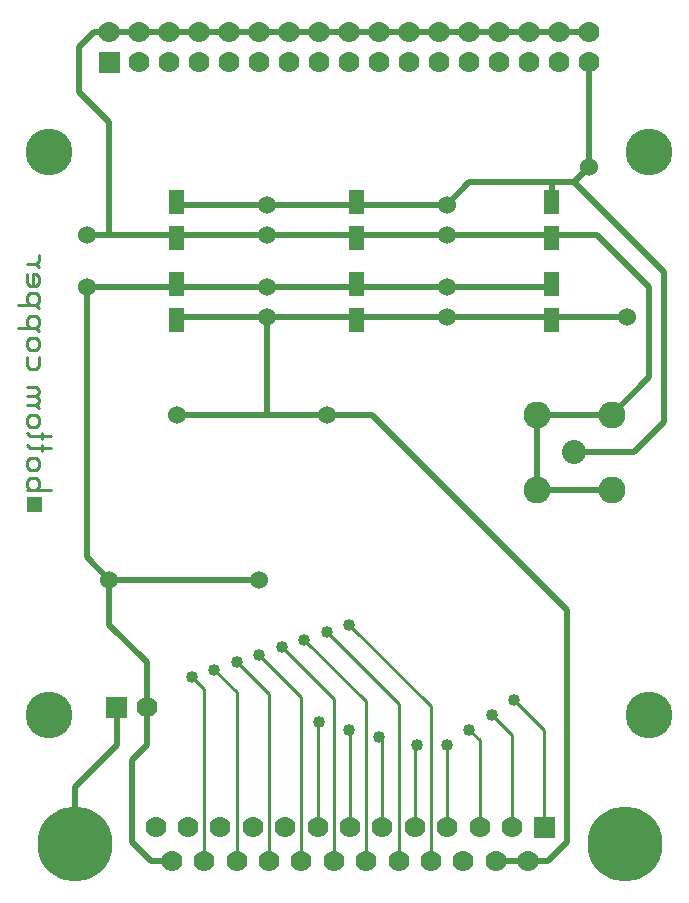
<source format=gbr>
G04 start of page 3 for group 5 idx 5 *
G04 Title: (unknown), bottom *
G04 Creator: pcb 20140316 *
G04 CreationDate: Fri 19 May 2017 10:14:56 PM GMT UTC *
G04 For: thomasc *
G04 Format: Gerber/RS-274X *
G04 PCB-Dimensions (mil): 2500.00 3000.00 *
G04 PCB-Coordinate-Origin: lower left *
%MOIN*%
%FSLAX25Y25*%
%LNBOTTOM*%
%ADD44C,0.0420*%
%ADD43C,0.1250*%
%ADD42C,0.0450*%
%ADD41C,0.0520*%
%ADD40C,0.0350*%
%ADD39C,0.1520*%
%ADD38C,0.0400*%
%ADD37C,0.0600*%
%ADD36C,0.1560*%
%ADD35R,0.0500X0.0500*%
%ADD34C,0.2500*%
%ADD33C,0.0700*%
%ADD32C,0.0900*%
%ADD31C,0.0800*%
%ADD30C,0.0100*%
%ADD29C,0.0200*%
%ADD28C,0.0001*%
G54D28*G36*
X17500Y135000D02*X22500D01*
Y130000D01*
X17500D01*
Y135000D01*
G37*
G54D29*X187500Y137500D02*Y162500D01*
G54D30*X179200Y55800D02*X172500Y62500D01*
G54D29*X173800Y13800D02*X191300D01*
X197500Y20000D01*
Y97500D01*
G54D30*X179200Y25000D02*Y55800D01*
X190000Y25000D02*Y57500D01*
X180000Y67500D01*
G54D29*X65800Y13800D02*X58700D01*
X52500Y20000D01*
Y47500D01*
X57500Y80000D02*X45000Y92500D01*
Y107500D01*
X57500Y80000D02*Y52500D01*
X47500D02*Y65000D01*
X33400Y19400D02*Y38400D01*
X47500Y52500D01*
X52500Y47500D02*X57500Y52500D01*
G54D30*X76600Y13800D02*Y70900D01*
X72500Y75000D01*
X87400Y70100D02*X80000Y77500D01*
X98200Y69300D02*X87500Y80000D01*
X109000Y68500D02*X95000Y82500D01*
X119800Y67700D02*X102500Y85000D01*
X130600Y66900D02*X110000Y87500D01*
X141400Y66100D02*X117500Y90000D01*
X152200Y65300D02*X125000Y92500D01*
X114400Y59400D02*X115000Y60000D01*
X87400Y13800D02*Y70100D01*
X98200Y13800D02*Y69300D01*
X109000Y13800D02*Y68500D01*
X119800Y13800D02*Y67700D01*
X125200Y25000D02*Y57300D01*
X125000Y57500D01*
X114400Y25000D02*Y59400D01*
X130600Y13800D02*Y66900D01*
X141400Y13800D02*Y66100D01*
X136000Y25000D02*Y54000D01*
X135000Y55000D01*
X152200Y13800D02*Y65300D01*
X146800Y25000D02*Y51800D01*
X147500Y52500D01*
X157600Y25000D02*Y52400D01*
X157500Y52500D01*
X168400Y25000D02*Y54100D01*
X165000Y57500D01*
G54D29*X205000Y280000D02*Y245000D01*
X200000Y240000D01*
X165000D01*
X157500Y232500D01*
X192500Y235000D02*Y240000D01*
X205000Y290000D02*X40000D01*
X35000Y285000D01*
Y270000D01*
X45000Y260000D01*
X37500Y222500D02*X207500D01*
X157500Y232500D02*X67500D01*
X45000Y260000D02*Y222500D01*
X37500Y205000D02*Y115000D01*
X45000Y107500D01*
X95000D01*
X97500Y195000D02*Y162500D01*
X67500D02*X132500D01*
X212500Y137500D02*X187500D01*
X197500Y97500D02*X132500Y162500D01*
X217500Y195000D02*X67500D01*
X37500Y205000D02*X192500D01*
X230000Y210000D02*Y160000D01*
X220000Y150000D01*
X225000Y175000D02*Y205000D01*
X220000Y150000D02*X200000D01*
X187500Y162500D02*X212500D01*
X225000Y175000D01*
X200000Y240000D02*X230000Y210000D01*
X225000Y205000D02*X207500Y222500D01*
G54D30*X17500Y137500D02*X25500D01*
X18500D02*X17500Y138500D01*
Y140500D01*
X18500Y141500D01*
X20500D01*
X21500Y140500D02*X20500Y141500D01*
X21500Y138500D02*Y140500D01*
X20500Y137500D02*X21500Y138500D01*
X18500Y143900D02*X20500D01*
X21500Y144900D01*
Y146900D01*
X20500Y147900D01*
X18500D02*X20500D01*
X17500Y146900D02*X18500Y147900D01*
X17500Y144900D02*Y146900D01*
X18500Y143900D02*X17500Y144900D01*
X18500Y151300D02*X25500D01*
X18500D02*X17500Y152300D01*
X22500Y150300D02*Y152300D01*
X18500Y155300D02*X25500D01*
X18500D02*X17500Y156300D01*
X22500Y154300D02*Y156300D01*
X18500Y158300D02*X20500D01*
X21500Y159300D01*
Y161300D01*
X20500Y162300D01*
X18500D02*X20500D01*
X17500Y161300D02*X18500Y162300D01*
X17500Y159300D02*Y161300D01*
X18500Y158300D02*X17500Y159300D01*
Y165700D02*X20500D01*
X21500Y166700D01*
Y167700D01*
X20500Y168700D01*
X17500D02*X20500D01*
X21500Y169700D01*
Y170700D01*
X20500Y171700D01*
X17500D02*X20500D01*
X21500Y164700D02*X20500Y165700D01*
X21500Y178700D02*Y181700D01*
X20500Y177700D02*X21500Y178700D01*
X18500Y177700D02*X20500D01*
X18500D02*X17500Y178700D01*
Y181700D01*
X18500Y184100D02*X20500D01*
X21500Y185100D01*
Y187100D01*
X20500Y188100D01*
X18500D02*X20500D01*
X17500Y187100D02*X18500Y188100D01*
X17500Y185100D02*Y187100D01*
X18500Y184100D02*X17500Y185100D01*
X14500Y191500D02*X20500D01*
X21500Y190500D02*X20500Y191500D01*
X21500Y192500D01*
Y194500D01*
X20500Y195500D01*
X18500D02*X20500D01*
X17500Y194500D02*X18500Y195500D01*
X17500Y192500D02*Y194500D01*
X18500Y191500D02*X17500Y192500D01*
X14500Y198900D02*X20500D01*
X21500Y197900D02*X20500Y198900D01*
X21500Y199900D01*
Y201900D01*
X20500Y202900D01*
X18500D02*X20500D01*
X17500Y201900D02*X18500Y202900D01*
X17500Y199900D02*Y201900D01*
X18500Y198900D02*X17500Y199900D01*
Y206300D02*Y209300D01*
X18500Y205300D02*X17500Y206300D01*
X18500Y205300D02*X20500D01*
X21500Y206300D01*
Y208300D01*
X20500Y209300D01*
X19500Y205300D02*Y209300D01*
X20500D01*
X17500Y212700D02*X20500D01*
X21500Y213700D01*
Y215700D01*
Y211700D02*X20500Y212700D01*
G54D31*X200000Y150000D03*
G54D32*X187500Y162500D03*
X212500D03*
Y137500D03*
X187500D03*
G54D28*G36*
X186500Y28500D02*Y21500D01*
X193500D01*
Y28500D01*
X186500D01*
G37*
G54D33*X179200Y25000D03*
X184600Y13800D03*
X157600Y25000D03*
X146800D03*
X136000D03*
X168400D03*
X173800Y13800D03*
X163000D03*
X152200D03*
X141400D03*
X130600D03*
G54D34*X217000Y19400D03*
G54D33*X125200Y25000D03*
X114400D03*
X103600D03*
X92800D03*
X82000D03*
X71200D03*
X60400D03*
G54D28*G36*
X44000Y68500D02*Y61500D01*
X51000D01*
Y68500D01*
X44000D01*
G37*
G54D33*X57500Y65000D03*
X119800Y13800D03*
X109000D03*
X98200D03*
X87400D03*
X76600D03*
X65800D03*
G54D34*X33400Y19400D03*
G54D33*X95000Y290000D03*
X105000D03*
X115000D03*
X95000Y280000D03*
X105000D03*
X115000D03*
X125000D03*
X135000D03*
X145000D03*
X125000Y290000D03*
X135000D03*
X145000D03*
X155000D03*
Y280000D03*
X165000Y290000D03*
X175000D03*
X185000D03*
X195000D03*
X205000D03*
X65000D03*
Y280000D03*
X75000Y290000D03*
Y280000D03*
X45000Y290000D03*
G54D28*G36*
X41500Y283500D02*Y276500D01*
X48500D01*
Y283500D01*
X41500D01*
G37*
G54D33*X55000Y290000D03*
Y280000D03*
X85000Y290000D03*
Y280000D03*
X165000D03*
X175000D03*
X185000D03*
X195000D03*
X205000D03*
G54D35*X67500Y207500D02*Y204500D01*
Y235000D02*Y232000D01*
Y223000D02*Y220000D01*
X127500Y207500D02*Y204500D01*
Y195500D02*Y192500D01*
Y235000D02*Y232000D01*
Y223000D02*Y220000D01*
X67500Y195500D02*Y192500D01*
X192500Y207500D02*Y204500D01*
Y195500D02*Y192500D01*
Y235000D02*Y232000D01*
Y223000D02*Y220000D01*
G54D36*X25000Y250000D03*
G54D37*X37500Y222500D03*
Y205000D03*
X45000Y107500D03*
X95000D03*
G54D38*X102500Y85000D03*
X95000Y82500D03*
X87500Y80000D03*
X80000Y77500D03*
X72500Y75000D03*
G54D37*X67500Y162500D03*
X97500Y222500D03*
Y232500D03*
Y205000D03*
Y195000D03*
G54D36*X25000Y62500D03*
X225000Y250000D03*
G54D37*X157500Y222500D03*
Y232500D03*
X205000Y245000D03*
X157500Y205000D03*
Y195000D03*
X217500D03*
X117500Y162500D03*
G54D36*X225000Y62500D03*
G54D38*X125000Y92500D03*
X117500Y90000D03*
X110000Y87500D03*
X115000Y60000D03*
X125000Y57500D03*
X135000Y55000D03*
X147500Y52500D03*
X157500D03*
X165000Y57500D03*
X172500Y62500D03*
X180000Y67500D03*
G54D39*G54D40*G54D29*G54D40*G54D39*G54D40*G54D39*G54D29*G54D41*G54D37*G54D42*G54D43*G54D42*G54D44*G54D42*G54D43*G54D44*M02*

</source>
